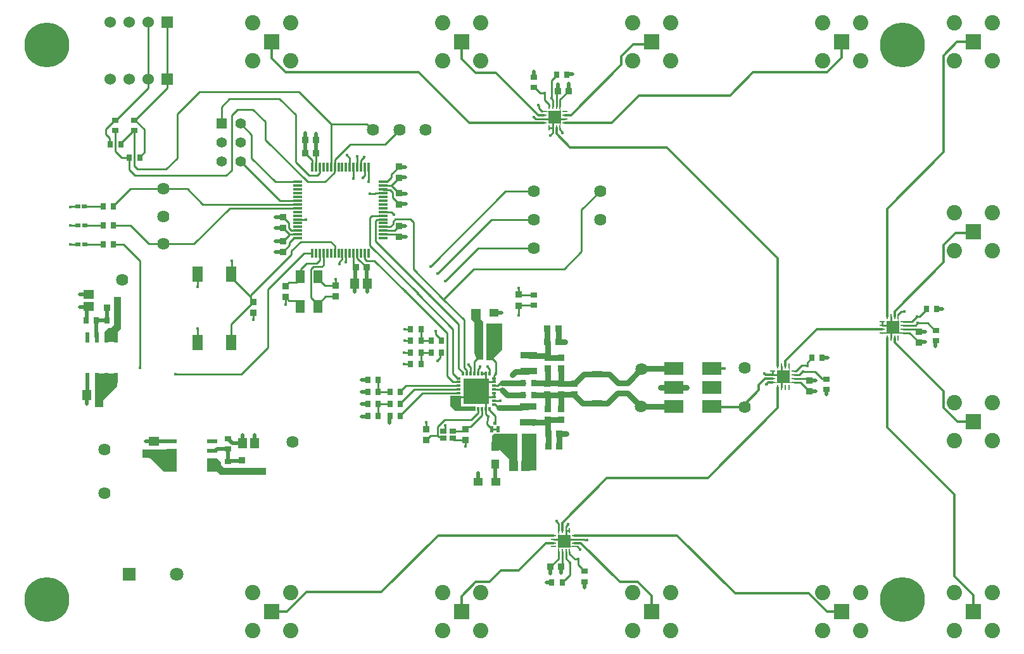
<source format=gtl>
G04*
G04 #@! TF.GenerationSoftware,Altium Limited,Altium Designer,23.2.1 (34)*
G04*
G04 Layer_Physical_Order=1*
G04 Layer_Color=255*
%FSLAX25Y25*%
%MOIN*%
G70*
G04*
G04 #@! TF.SameCoordinates,DCD1C9D7-C552-47EB-8D17-ADC449AF66F1*
G04*
G04*
G04 #@! TF.FilePolarity,Positive*
G04*
G01*
G75*
%ADD15C,0.01000*%
%ADD17R,0.03591X0.03772*%
%ADD18R,0.05512X0.03543*%
%ADD19R,0.10000X0.06500*%
%ADD20R,0.04940X0.05733*%
%ADD21R,0.03937X0.04528*%
%ADD22R,0.03543X0.02756*%
%ADD23R,0.03772X0.03591*%
%ADD24R,0.02756X0.03543*%
%ADD25R,0.02756X0.01968*%
%ADD26R,0.04724X0.07087*%
%ADD27R,0.04724X0.01181*%
%ADD28R,0.01181X0.04724*%
%ADD29R,0.05733X0.04940*%
%ADD30R,0.04528X0.03937*%
%ADD31R,0.02362X0.05709*%
%ADD32R,0.06693X0.06693*%
%ADD33R,0.03150X0.00984*%
%ADD34R,0.00984X0.03150*%
%ADD35C,0.01417*%
%ADD36R,0.08661X0.03543*%
%ADD37R,0.13583X0.13583*%
%ADD38R,0.02362X0.01181*%
%ADD39R,0.01181X0.02362*%
%ADD40R,0.05709X0.02362*%
%ADD41R,0.03445X0.03051*%
%ADD42R,0.06693X0.06693*%
%ADD43R,0.05512X0.08268*%
%ADD73C,0.02837*%
%ADD74C,0.00600*%
%ADD75C,0.00400*%
%ADD76C,0.02000*%
%ADD77C,0.01375*%
%ADD78C,0.06400*%
%ADD79C,0.23622*%
%ADD80C,0.05504*%
%ADD81R,0.05504X0.05504*%
%ADD82R,0.08071X0.08071*%
%ADD83C,0.08071*%
%ADD84C,0.06000*%
%ADD85R,0.06000X0.06000*%
%ADD86C,0.07087*%
%ADD87R,0.07087X0.07087*%
%ADD88R,0.08071X0.08071*%
%ADD89C,0.01772*%
G36*
X106400Y233600D02*
X99700D01*
X93200Y240100D01*
X92500Y240800D01*
X88700D01*
Y245300D01*
X106400D01*
Y233600D01*
D02*
G37*
G36*
X75200Y278500D02*
X68700Y272000D01*
X68000Y271300D01*
Y267500D01*
X63500D01*
Y285200D01*
X75200D01*
Y278500D01*
D02*
G37*
G36*
X77200Y308700D02*
X75600Y307100D01*
Y302000D01*
X68600D01*
Y307300D01*
X70500Y309200D01*
X71800D01*
X73600Y311000D01*
Y325400D01*
X77200D01*
Y308700D01*
D02*
G37*
G36*
X129900Y238600D02*
Y237300D01*
X131700Y235500D01*
X153700D01*
Y231900D01*
X129400D01*
X127800Y233500D01*
X122700D01*
Y240500D01*
X128000D01*
X129900Y238600D01*
D02*
G37*
G36*
X256200Y267800D02*
X263800D01*
Y265400D01*
X253100D01*
X250500Y268000D01*
Y273400D01*
X256200D01*
Y267800D01*
D02*
G37*
G36*
X266600Y313700D02*
X267800Y312500D01*
Y292400D01*
X265450D01*
X263950Y293900D01*
X263100Y296300D01*
Y312100D01*
X261700Y313500D01*
Y319300D01*
X266600D01*
Y313700D01*
D02*
G37*
G36*
X277800Y297800D02*
X272100Y292100D01*
X269700D01*
Y311600D01*
X277800D01*
Y297800D01*
D02*
G37*
G36*
X274843Y258479D02*
X274646Y258283D01*
X273465D01*
X273269Y258479D01*
Y259858D01*
X274843D01*
Y258479D01*
D02*
G37*
G36*
X276418Y254346D02*
X275040D01*
X274843Y254542D01*
Y257298D01*
X275040Y257495D01*
X276418D01*
Y254346D01*
D02*
G37*
G36*
X273269Y257298D02*
Y254542D01*
X273072Y254346D01*
X271694D01*
Y257495D01*
X273072D01*
X273269Y257298D01*
D02*
G37*
G36*
X295982Y253390D02*
Y234100D01*
X288182D01*
Y253490D01*
X295982D01*
Y253390D01*
D02*
G37*
G36*
X285800Y253517D02*
Y234000D01*
X281400D01*
Y240200D01*
X276800Y244800D01*
X272400D01*
Y252493D01*
X273465Y253558D01*
X285758D01*
X285800Y253517D01*
D02*
G37*
D15*
X265240Y285062D02*
Y287638D01*
X266152Y288550D02*
Y288759D01*
X265240Y287638D02*
X266152Y288550D01*
X270069Y288575D02*
Y288784D01*
Y288575D02*
X271146Y287499D01*
Y285062D02*
Y287499D01*
X269177Y280731D02*
Y285062D01*
X299805Y419342D02*
X304432D01*
X295467D02*
X299805D01*
X273508Y282699D02*
Y284108D01*
Y280731D02*
Y282699D01*
X271662Y294086D02*
X274600Y291148D01*
X263272Y291420D02*
X265938Y294086D01*
X274600Y285400D02*
Y291148D01*
Y285400D02*
X274700Y285300D01*
X273508Y284108D02*
X274700Y285300D01*
X269177Y280731D02*
X273508D01*
X264256Y275810D02*
X269177Y280731D01*
X265647Y293986D02*
X265738D01*
X263272Y285062D02*
Y291420D01*
X260200Y289591D02*
Y289800D01*
X261303Y285062D02*
Y288488D01*
X260200Y289591D02*
X261303Y288488D01*
X257800Y288220D02*
X259244Y286776D01*
X247000Y324300D02*
X257800Y313500D01*
X259244Y285152D02*
X259335Y285062D01*
X259244Y285152D02*
Y286776D01*
X257800Y288220D02*
Y313500D01*
X239950Y326150D02*
X254900Y311200D01*
Y288118D02*
Y311200D01*
Y288118D02*
X257366Y285652D01*
Y285062D02*
Y285652D01*
X233450Y327250D02*
X252000Y308700D01*
Y285203D02*
X254504Y282699D01*
X252000Y285203D02*
Y308700D01*
X254504Y282699D02*
X255004D01*
X273530Y270911D02*
X276851D01*
X273508Y270888D02*
X273530Y270911D01*
X276851D02*
X276873Y270933D01*
X267209Y272857D02*
X269177Y270888D01*
X267209Y272857D02*
X273508D01*
X269232Y263758D02*
Y266503D01*
Y263758D02*
X270400Y262590D01*
X269800Y258602D02*
Y260096D01*
X270318Y260614D02*
Y262318D01*
X270400Y262400D01*
X269800Y260096D02*
X270318Y260614D01*
X270400Y262400D02*
Y262590D01*
X166836Y360564D02*
X169972D01*
X165561Y364332D02*
Y364464D01*
X165583Y361817D02*
X166836Y360564D01*
X165561Y364332D02*
X165583Y364311D01*
Y361817D02*
Y364311D01*
X170062Y366379D02*
X174581D01*
X182900Y341400D02*
X183842Y342342D01*
X177313Y340313D02*
Y340325D01*
X178388Y341400D01*
X182900D01*
X177300Y340300D02*
X177313Y340313D01*
X181873Y344973D02*
Y348662D01*
X180173Y343273D02*
X181873Y344973D01*
X174773Y343273D02*
X180173D01*
X171781Y340281D02*
X174773Y343273D01*
X171514Y336248D02*
X171781Y336516D01*
Y340281D01*
X192100Y343000D02*
X192248Y343148D01*
Y344054D02*
X193594Y345400D01*
X192248Y343148D02*
Y344054D01*
X193594Y345400D02*
Y348572D01*
X205495Y345505D02*
X206400Y344600D01*
X210600D01*
X205495Y345505D02*
Y348662D01*
X201649Y345767D02*
X202403Y345013D01*
X201649Y345767D02*
Y348572D01*
X205114Y342495D02*
Y342586D01*
Y342495D02*
X206409Y341200D01*
X202403Y345013D02*
X202687D01*
X206409Y341200D02*
X206500D01*
X202687Y345013D02*
X205114Y342586D01*
X233450Y327250D02*
Y327449D01*
X208300Y352599D02*
X233450Y327449D01*
X208300Y352599D02*
Y367300D01*
X209347Y368347D01*
X220417Y365344D02*
X221473Y366400D01*
X229700D02*
X231200Y364900D01*
X221473Y366400D02*
X229700D01*
X219384Y370316D02*
X220900Y368800D01*
X215338Y370316D02*
X219384D01*
X220417Y363917D02*
Y365344D01*
X219032Y362532D02*
X220417Y363917D01*
X215428Y362532D02*
X219032D01*
X211888Y366288D02*
X215247D01*
X211100Y355000D02*
Y365500D01*
X211888Y366288D01*
X175400Y386100D02*
X184714D01*
X189657Y391042D01*
Y393847D01*
X189747Y393938D01*
X153200Y408300D02*
X175400Y386100D01*
X203527Y393938D02*
Y397518D01*
X205108Y399100D01*
X205495Y389604D02*
Y393938D01*
X204400Y388300D02*
Y388509D01*
X205495Y389604D01*
X201558Y393938D02*
X201629Y394009D01*
Y399529D01*
X201700Y399600D01*
X199500Y388088D02*
Y390252D01*
X199590Y390342D01*
X199500Y388088D02*
X199621Y387966D01*
X199590Y390342D02*
Y393938D01*
X197531Y394028D02*
Y398654D01*
X196111Y400074D02*
X197531Y398654D01*
X309556Y175594D02*
X310434Y176472D01*
X310828D02*
X313700Y179344D01*
X309556Y175200D02*
Y175594D01*
X310434Y176472D02*
X310828D01*
X307447Y202642D02*
Y206244D01*
X306500Y207191D02*
Y207400D01*
Y207191D02*
X307447Y206244D01*
X317085Y194087D02*
X317447D01*
X319000Y192534D01*
Y192400D02*
Y192534D01*
X321564Y197497D02*
X322510D01*
X321046Y198016D02*
X321564Y197497D01*
X322510D02*
X322600Y197407D01*
X316010Y198016D02*
X321046D01*
X294400Y420200D02*
X294609D01*
X295467Y419342D01*
X297143Y424874D02*
X298731Y423286D01*
X297143Y424874D02*
Y426272D01*
X296995Y426420D02*
X297143Y426272D01*
X303220Y410816D02*
X304432Y412027D01*
X303220Y410713D02*
Y410816D01*
X304432Y412027D02*
Y414715D01*
X477790Y306647D02*
X477798Y306655D01*
X436101Y286144D02*
X442656D01*
X448094Y282662D02*
X448400Y282356D01*
X446138Y282662D02*
X448094D01*
X442656Y286144D02*
X446138Y282662D01*
X482416Y303990D02*
Y308616D01*
X487828Y317752D02*
X489352D01*
X486361Y316285D02*
X487828Y317752D01*
X489352D02*
X489500Y317900D01*
X489010Y310584D02*
X495395D01*
X501955Y311807D02*
X505706Y308056D01*
X496618Y311807D02*
X496698D01*
X495395Y310584D02*
X496618Y311807D01*
X496400Y311700D02*
X496507Y311807D01*
X501955D01*
X255004Y272857D02*
X261303D01*
X264256Y275810D01*
X313700Y179344D02*
Y185700D01*
X274098Y268920D02*
X275218Y267800D01*
X273508Y268920D02*
X274098D01*
X273508Y276794D02*
X277606D01*
X278000Y276400D01*
X273598Y278853D02*
X275453D01*
X276768Y280168D02*
X277832D01*
X275453Y278853D02*
X276768Y280168D01*
X273508Y278762D02*
X273598Y278853D01*
X286500Y315800D02*
Y321038D01*
X286606Y321144D01*
X286500Y326762D02*
Y330300D01*
X286606Y326656D02*
X294500D01*
X286500Y326762D02*
X286606Y326656D01*
X286606Y321144D02*
X294500D01*
X269177Y266558D02*
X269232Y266503D01*
X207155Y281800D02*
X207188Y281833D01*
X273508Y272857D02*
Y274825D01*
X269800Y258602D02*
X272481Y255921D01*
X50700Y373100D02*
X54400D01*
X54500Y373200D01*
X50600Y373000D02*
X50700Y373100D01*
X50550Y363150D02*
X54478D01*
X50500Y363200D02*
X50550Y363150D01*
X54478D02*
X54528Y363100D01*
X50550Y353250D02*
X54578D01*
X50500Y353200D02*
X50550Y353250D01*
X54578D02*
X54628Y353300D01*
X220139Y377790D02*
Y380661D01*
X215428Y382036D02*
X218764D01*
X220139Y380661D01*
X308368Y413649D02*
Y414715D01*
X309552Y412148D02*
X309700Y412000D01*
X308368Y413649D02*
X309552Y412465D01*
Y412148D02*
Y412465D01*
X304432Y419342D02*
X305416Y420326D01*
X302463Y414715D02*
X304432D01*
Y419342D01*
X306400D02*
X311026D01*
X482416Y310584D02*
Y315210D01*
Y310584D02*
X483400Y309600D01*
X482416Y308616D02*
X483400Y309600D01*
X477790Y310584D02*
X482416D01*
X420258Y284484D02*
X424884D01*
X425869Y283500D01*
X420258Y284484D02*
Y286453D01*
X424884Y282516D02*
X425869Y283500D01*
X424884Y277890D02*
Y282516D01*
Y284484D02*
Y289110D01*
X311384Y198016D02*
Y202642D01*
X310400Y197031D02*
X311384Y198016D01*
X316010D01*
X304790D02*
X309416D01*
X312601Y205701D02*
X312700Y205800D01*
X312246Y205701D02*
X312601D01*
X311498Y204953D02*
X312246Y205701D01*
X311498Y204127D02*
Y204953D01*
X311384Y202642D02*
X313353D01*
X477790Y310584D02*
Y312553D01*
X269177Y266558D02*
Y270888D01*
X303100Y183362D02*
X303138Y183400D01*
X146900Y313400D02*
Y317238D01*
X117600Y330800D02*
Y337355D01*
X117542Y337413D02*
X117600Y337355D01*
Y301645D02*
Y308900D01*
X117542Y301587D02*
X117600Y301645D01*
X272481Y255921D02*
X275631D01*
X246974Y254907D02*
X248000Y255933D01*
X246846Y254907D02*
X246974D01*
X248000Y255933D02*
Y258000D01*
X251866Y251068D02*
X252687Y250248D01*
X258556D01*
X258600Y246800D02*
Y250203D01*
X258556Y250248D02*
X258600Y250203D01*
X237956Y255934D02*
X238000Y255978D01*
Y259400D01*
X226400Y308700D02*
X229595D01*
X229666Y308629D01*
X226400Y302500D02*
X229655D01*
X229666Y302489D01*
X226300Y296300D02*
X229616D01*
X229666Y296349D01*
X226200Y290200D02*
X229656D01*
X229666Y290210D01*
X267209Y285062D02*
X269177D01*
X163800Y325447D02*
Y325538D01*
Y321700D02*
Y325447D01*
X190200Y331515D02*
Y335000D01*
X190147Y331462D02*
X190200Y331515D01*
X169651Y323543D02*
X171514Y321681D01*
X165704Y323543D02*
X169651D01*
X171514Y320500D02*
Y321681D01*
X163800Y325447D02*
X165704Y323543D01*
X184567Y331462D02*
X190147D01*
X180963Y335067D02*
X184567Y331462D01*
X180963Y335067D02*
Y336248D01*
X307447Y187619D02*
Y191421D01*
X303228Y183400D02*
X307447Y187619D01*
X309416Y183954D02*
Y191421D01*
X308862Y183400D02*
X309416Y183954D01*
X434881Y280547D02*
X439500Y275928D01*
X431479Y280547D02*
X434881D01*
X438546Y282516D02*
X439500Y281562D01*
X431479Y282516D02*
X438546D01*
X489010Y306647D02*
X492181D01*
X497100Y301728D01*
X495846Y308616D02*
X497100Y307362D01*
X489010Y308616D02*
X495846D01*
X308368Y425936D02*
Y429436D01*
X312872Y433940D01*
X312962D01*
X306400Y425936D02*
Y433102D01*
X307238Y433940D01*
X165796Y358505D02*
X170062D01*
X162500Y349328D02*
X165998Y352826D01*
X162500Y349238D02*
Y349328D01*
X168290Y356536D02*
X170062D01*
X165998Y354243D02*
X168290Y356536D01*
X165998Y352826D02*
Y354243D01*
X169972Y360564D02*
X170062Y360473D01*
X162500Y367525D02*
Y367616D01*
Y367525D02*
X165561Y364464D01*
X162500Y355053D02*
X165796Y358349D01*
X162500Y354962D02*
Y355053D01*
X165796Y358349D02*
Y358505D01*
X162500Y361801D02*
X165796Y358505D01*
X162500Y361801D02*
Y361891D01*
X174328Y401200D02*
X177936Y397592D01*
Y393938D02*
Y397592D01*
X174238Y401200D02*
X174328D01*
X179905Y393938D02*
Y401143D01*
X179962Y401200D01*
X220139Y377790D02*
X223500Y374428D01*
Y374338D02*
Y374428D01*
X215338Y382127D02*
X215428Y382036D01*
X219702Y388657D02*
Y390174D01*
X223500Y393972D01*
X215338Y386064D02*
X217109D01*
X219702Y388657D01*
X219557Y384305D02*
X223500Y388247D01*
X219557Y384095D02*
Y384305D01*
X223500Y388247D02*
Y388338D01*
X219557Y384095D02*
X223500Y380153D01*
Y380062D02*
Y380153D01*
X215338Y384095D02*
X219557D01*
X222204Y358505D02*
X223500Y357209D01*
X215338Y358505D02*
X222204D01*
X223500Y357200D02*
Y357209D01*
X215338Y360473D02*
X221139D01*
X223500Y362834D01*
Y362924D01*
X201558Y348662D02*
X201649Y348572D01*
X199590Y342386D02*
Y348662D01*
Y342386D02*
X200776Y341200D01*
X212700Y275500D02*
X212700Y275500D01*
X212700Y275500D02*
Y281833D01*
X212700Y281833D02*
X212700Y281833D01*
X212700Y262833D02*
X212700Y262833D01*
Y269167D01*
X212700Y269167D01*
X218744D01*
X212700Y275500D02*
X218744D01*
X224256Y263227D02*
X235854Y274825D01*
X224256Y262833D02*
Y263227D01*
X235854Y274825D02*
X255004D01*
X224256Y269560D02*
X231489Y276794D01*
X224256Y269167D02*
Y269560D01*
X231489Y276794D02*
X255004D01*
X224256Y275894D02*
X227125Y278762D01*
X224256Y275500D02*
Y275894D01*
X227125Y278762D02*
X255004D01*
X259609Y257115D02*
X261215D01*
X258556Y256062D02*
X259609Y257115D01*
X261215D02*
X267209Y263109D01*
X265240Y264640D02*
Y266558D01*
X247400Y260800D02*
X261400D01*
X265240Y264640D01*
X243800Y257200D02*
X247400Y260800D01*
X243800Y252563D02*
Y257200D01*
X267209Y263109D02*
Y266558D01*
X274056Y259070D02*
Y263057D01*
X271146Y265967D02*
X274056Y263057D01*
X271146Y265967D02*
Y266558D01*
X242948Y305947D02*
X246012Y302883D01*
X242948Y305947D02*
Y307452D01*
X246012Y302489D02*
Y302883D01*
X242800Y307600D02*
X242948Y307452D01*
X243900Y292209D02*
X245134Y293443D01*
X243900Y292000D02*
Y292209D01*
X245134Y295472D02*
X246012Y296349D01*
X245134Y293443D02*
Y295472D01*
X210982Y380000D02*
X211140Y380158D01*
X208200Y380000D02*
X210982D01*
X211140Y380158D02*
X215338D01*
X320028Y182101D02*
Y182495D01*
X320906Y181223D02*
X321300D01*
X320028Y182101D02*
X320906Y181223D01*
X317800Y184723D02*
X320028Y182495D01*
X317800Y184723D02*
Y187400D01*
X313353Y190354D02*
X316159Y187548D01*
X317652D01*
X313353Y190354D02*
Y191421D01*
X317652Y187548D02*
X317800Y187400D01*
X195676Y344024D02*
Y348639D01*
X195653Y348662D02*
X195676Y348639D01*
Y344024D02*
X195700Y344000D01*
X311384Y188016D02*
X313700Y185700D01*
X311384Y188016D02*
Y191421D01*
X193594Y348572D02*
X193684Y348662D01*
X436031Y286144D02*
X436101D01*
X434379Y284492D02*
X436031Y286144D01*
X431487Y284492D02*
X434379D01*
X431479Y284484D02*
X431487Y284492D01*
X440777Y293306D02*
Y293700D01*
X438648Y291177D02*
X440777Y293306D01*
X438648Y289448D02*
Y291177D01*
X438500Y289300D02*
X438648Y289448D01*
X436550D02*
X438352D01*
X435545Y289452D02*
X436545D01*
X436550Y289448D01*
X438352D02*
X438500Y289300D01*
X432546Y286453D02*
X435545Y289452D01*
X431479Y286453D02*
X432546D01*
X207400Y386200D02*
X207432Y386232D01*
Y393906D01*
X207464Y393938D01*
X505706Y308056D02*
X506100D01*
X496248Y315348D02*
X497585D01*
X501144Y318906D02*
Y319300D01*
X497585Y315348D02*
X501144Y318906D01*
X496100Y315200D02*
X496248Y315348D01*
X493453Y312553D02*
X496100Y315200D01*
X489010Y312553D02*
X493453D01*
X303800Y439662D02*
X306444Y442306D01*
X303800Y430100D02*
Y439662D01*
X306444Y442306D02*
Y442700D01*
X295009Y435778D02*
X297914Y432873D01*
X294616Y435778D02*
X295009D01*
X297914Y432873D02*
X300227D01*
X300300Y432800D01*
Y429166D02*
X302463Y427003D01*
Y425936D02*
Y427003D01*
X300300Y429166D02*
Y432800D01*
X303800Y429891D02*
Y430100D01*
X304432Y425936D02*
Y429260D01*
X303800Y429891D02*
X304432Y429260D01*
X197531Y394028D02*
X197621Y393938D01*
X231200Y340100D02*
X247000Y324300D01*
X319700Y371400D02*
X329500Y381200D01*
X319700Y349400D02*
Y371400D01*
X310600Y340300D02*
X319700Y349400D01*
X247000Y324300D02*
X263000Y340300D01*
X310600D01*
X211100Y355000D02*
X239950Y326150D01*
X248000Y333900D02*
X265300Y351200D01*
X294500D01*
X243900Y337800D02*
X272300Y366200D01*
X294500D01*
X226800Y328400D02*
X248800Y306400D01*
X210600Y344600D02*
X226800Y328400D01*
X240200Y341700D02*
X279700Y381200D01*
X294500D01*
X73256Y363200D02*
X82200D01*
X92000Y353400D02*
X99500D01*
X82200Y363200D02*
X92000Y353400D01*
X73256Y373594D02*
X82162Y382500D01*
X99500D01*
X73256Y373200D02*
Y373594D01*
X99500Y382500D02*
X112100D01*
X120347Y374253D01*
X170062D01*
X99500Y353400D02*
X115500D01*
X134384Y372284D01*
X170062D01*
X135400Y337555D02*
Y344600D01*
X135258Y337413D02*
X135400Y337555D01*
X58043Y373200D02*
X67744D01*
X67644Y363100D02*
X67744Y363200D01*
X58072Y363100D02*
X67644D01*
X58172Y353300D02*
X67644D01*
X67744Y353200D01*
X78500D02*
X87200Y344500D01*
X73256Y353200D02*
X78500D01*
X209996Y413400D02*
X210000D01*
X206675Y416721D02*
X209996Y413400D01*
X187779Y416721D02*
X206675D01*
X85800Y392900D02*
X101000D01*
X106800Y398700D01*
Y421800D01*
X118700Y433700D01*
X170800D01*
X187779Y416721D01*
Y393938D02*
Y416721D01*
X84500Y389600D02*
X132700D01*
X135400Y392300D02*
Y421100D01*
X132700Y389600D02*
X135400Y392300D01*
Y421100D02*
X138600Y424300D01*
X146700D01*
X153200Y417800D01*
Y408300D02*
Y417800D01*
X130100Y416900D02*
Y425700D01*
X134200Y429800D01*
X160700D01*
X169100Y421400D01*
Y396700D02*
Y421400D01*
Y396700D02*
X176200Y389600D01*
X180400D01*
X181783Y390983D02*
Y393847D01*
X181873Y393938D01*
X180400Y389600D02*
X181783Y390983D01*
X146000Y398500D02*
X158436Y386064D01*
X170062D01*
X146000Y398500D02*
Y411000D01*
X140100Y416900D02*
X146000Y411000D01*
X160779Y376221D02*
X170062D01*
X140100Y396900D02*
X160779Y376221D01*
X81544Y392556D02*
X84500Y389600D01*
X135258Y336035D02*
X145605Y325689D01*
X84300Y394400D02*
X85800Y392900D01*
X84300Y394400D02*
Y413144D01*
X81544Y392556D02*
Y398900D01*
X87056Y399294D02*
X89500Y401738D01*
X87056Y398900D02*
Y399294D01*
X84300Y418656D02*
X84694D01*
X89500Y413850D01*
Y401738D02*
Y413850D01*
X77934Y407172D02*
X83906Y413144D01*
X77934Y406778D02*
Y407172D01*
X83906Y413144D02*
X84300D01*
X77056Y405900D02*
X77934Y406778D01*
X74300Y402300D02*
Y413144D01*
Y402300D02*
X77700Y398900D01*
X81544D01*
X69300Y411200D02*
X71328Y409172D01*
Y406116D02*
X71544Y405900D01*
X71328Y406116D02*
Y409172D01*
X73906Y418656D02*
X74300D01*
X69300Y414050D02*
X73906Y418656D01*
X69300Y411200D02*
Y414050D01*
X84694Y418656D02*
X101500Y435462D01*
Y440200D01*
X74694Y418656D02*
X91500Y435462D01*
Y440200D01*
X74300Y418656D02*
X74694D01*
X87200Y288100D02*
Y344500D01*
X189747Y393938D02*
Y397847D01*
X197800Y405900D01*
X216250D01*
X223750Y413400D01*
X140500Y285000D02*
X154400Y298900D01*
X106000Y285000D02*
X140500D01*
X154400Y298900D02*
Y329500D01*
X173562Y348662D01*
X177936D01*
X231200Y340100D02*
Y364900D01*
X215338Y362442D02*
X215428Y362532D01*
X215247Y366288D02*
X215338Y366379D01*
X209347Y368347D02*
X215338D01*
X251871Y280731D02*
X255004D01*
X251870Y280730D02*
X251871Y280731D01*
X248800Y283800D02*
X251870Y280730D01*
X248800Y283800D02*
Y306400D01*
X145605Y325689D02*
Y326705D01*
Y324167D02*
X146855Y322917D01*
X145605Y326705D02*
X166950Y348050D01*
Y349750D02*
X171800Y354600D01*
X166950Y348050D02*
Y349750D01*
X171800Y354600D02*
X187700D01*
X189747Y352553D01*
Y348662D02*
Y352553D01*
X135258Y336035D02*
Y337413D01*
X145605Y324167D02*
Y325689D01*
X135258Y301587D02*
Y311230D01*
X146900Y322872D01*
X91500Y440200D02*
Y470200D01*
X101500Y440200D02*
Y470200D01*
X251866Y254907D02*
X257491D01*
X258556Y255972D01*
X239342Y251596D02*
X240310Y252563D01*
X243800D01*
X237956Y250210D02*
Y250300D01*
X239251Y251596D01*
X239342D01*
X245937Y251978D02*
X246846Y251068D01*
X243800Y252563D02*
X244386Y251978D01*
X245937D01*
X235178Y302489D02*
X235178Y302489D01*
Y308629D02*
X235178Y308629D01*
X235178Y302489D02*
Y308629D01*
X235178Y302489D02*
X240500D01*
X235178Y290210D02*
Y296349D01*
X235178Y296349D02*
X235178Y296349D01*
Y290210D02*
X235178Y290210D01*
X235178Y296349D02*
X240500D01*
X185019Y325738D02*
X190147D01*
X180963Y321681D02*
X185019Y325738D01*
X180963Y320500D02*
Y321681D01*
X177300Y325344D02*
X180963Y321681D01*
X177300Y325344D02*
Y340300D01*
X183842Y342342D02*
Y348662D01*
X169651Y333205D02*
X171514Y335067D01*
Y336248D01*
X165652Y333205D02*
X169651D01*
X163800Y331353D02*
X165652Y333205D01*
X163800Y331262D02*
Y331353D01*
D17*
X315800Y279868D02*
D03*
X286500Y326762D02*
D03*
Y321038D02*
D03*
X301800Y293692D02*
D03*
Y287968D02*
D03*
X223500Y357200D02*
D03*
Y362924D02*
D03*
Y380062D02*
D03*
Y374338D02*
D03*
Y388338D02*
D03*
Y394062D02*
D03*
X162500Y361891D02*
D03*
Y367616D02*
D03*
Y354962D02*
D03*
Y349238D02*
D03*
X163800Y325538D02*
D03*
Y331262D02*
D03*
X190147Y331462D02*
D03*
Y325738D02*
D03*
X140900Y239424D02*
D03*
Y233700D02*
D03*
X315800Y274143D02*
D03*
X308800Y279930D02*
D03*
Y274205D02*
D03*
X301700Y274306D02*
D03*
Y280030D02*
D03*
X308900Y266630D02*
D03*
Y260906D02*
D03*
X237956Y255934D02*
D03*
Y250210D02*
D03*
X301800Y266568D02*
D03*
Y260843D02*
D03*
X309000Y287868D02*
D03*
Y293592D02*
D03*
X258556Y250248D02*
D03*
Y255972D02*
D03*
X439500Y275838D02*
D03*
Y281562D02*
D03*
X497100Y301638D02*
D03*
Y307362D02*
D03*
X146900Y317238D02*
D03*
Y322962D02*
D03*
D18*
X327800Y284877D02*
D03*
Y269523D02*
D03*
D19*
X388205Y287800D02*
D03*
Y277800D02*
D03*
Y267800D02*
D03*
X368205Y287800D02*
D03*
Y277800D02*
D03*
Y267800D02*
D03*
D20*
X290351Y236600D02*
D03*
X283849D02*
D03*
X271951Y308700D02*
D03*
X265449D02*
D03*
X200249Y332600D02*
D03*
X206751D02*
D03*
X59300Y273900D02*
D03*
X65802D02*
D03*
X141149Y248500D02*
D03*
X147651D02*
D03*
D21*
X274356Y246936D02*
D03*
Y237684D02*
D03*
D22*
X294500Y326656D02*
D03*
Y321144D02*
D03*
X84300Y413144D02*
D03*
Y418656D02*
D03*
X74300Y413144D02*
D03*
Y418656D02*
D03*
X133500Y233444D02*
D03*
Y238956D02*
D03*
X294616Y435778D02*
D03*
Y441290D02*
D03*
X321300Y181223D02*
D03*
Y175712D02*
D03*
X133500Y245444D02*
D03*
Y250956D02*
D03*
X340000Y274844D02*
D03*
Y280356D02*
D03*
X448400Y282356D02*
D03*
Y276844D02*
D03*
X506100Y308056D02*
D03*
Y302544D02*
D03*
D23*
X284076Y244800D02*
D03*
X289800D02*
D03*
X284014Y252000D02*
D03*
X289738D02*
D03*
X312962Y433940D02*
D03*
X307238D02*
D03*
X200776Y341200D02*
D03*
X206500D02*
D03*
X179962Y408200D02*
D03*
X174238D02*
D03*
X179962Y401200D02*
D03*
X174238D02*
D03*
X69838Y320000D02*
D03*
X75562D02*
D03*
X308000Y253568D02*
D03*
X302276D02*
D03*
X307862Y246768D02*
D03*
X302138D02*
D03*
X301662Y302000D02*
D03*
X307386D02*
D03*
X303138Y183400D02*
D03*
X308862D02*
D03*
X271662Y300834D02*
D03*
X265938D02*
D03*
X271662Y294086D02*
D03*
X265938D02*
D03*
X301700Y308900D02*
D03*
X307424D02*
D03*
D24*
X289044Y280168D02*
D03*
X294556D02*
D03*
X67744Y373200D02*
D03*
X73256D02*
D03*
X81544Y398900D02*
D03*
X87056D02*
D03*
X71544Y405900D02*
D03*
X77056D02*
D03*
X240500Y302489D02*
D03*
X246012D02*
D03*
X75256Y313200D02*
D03*
X69744D02*
D03*
X218744Y275500D02*
D03*
X224256D02*
D03*
X218744Y262833D02*
D03*
X224256D02*
D03*
X212700D02*
D03*
X207188D02*
D03*
X207188Y269167D02*
D03*
X212700D02*
D03*
X229666Y290210D02*
D03*
X235178D02*
D03*
X240500Y296349D02*
D03*
X246012D02*
D03*
X235178D02*
D03*
X229666D02*
D03*
X306444Y442700D02*
D03*
X311956D02*
D03*
X309556Y175200D02*
D03*
X304044D02*
D03*
X64256Y313200D02*
D03*
X58744D02*
D03*
X218744Y269167D02*
D03*
X224256D02*
D03*
X212700Y281833D02*
D03*
X207188D02*
D03*
X288944Y273968D02*
D03*
X294456D02*
D03*
X207188Y275500D02*
D03*
X212700D02*
D03*
X229666Y308629D02*
D03*
X235178D02*
D03*
X235178Y302489D02*
D03*
X229666D02*
D03*
X440777Y293700D02*
D03*
X446288D02*
D03*
X501144Y319300D02*
D03*
X506656D02*
D03*
X73256Y353200D02*
D03*
X67744D02*
D03*
X73256Y363200D02*
D03*
X67744D02*
D03*
D25*
X58043Y373200D02*
D03*
X54500D02*
D03*
X54628Y353300D02*
D03*
X58172D02*
D03*
X54528Y363100D02*
D03*
X58072D02*
D03*
D26*
X171514Y320500D02*
D03*
Y336248D02*
D03*
X180963D02*
D03*
Y320500D02*
D03*
D27*
X170062Y356536D02*
D03*
Y358505D02*
D03*
Y360473D02*
D03*
Y362442D02*
D03*
Y364410D02*
D03*
Y366379D02*
D03*
Y368347D02*
D03*
Y370316D02*
D03*
Y372284D02*
D03*
Y374253D02*
D03*
Y376221D02*
D03*
Y378190D02*
D03*
Y380158D02*
D03*
Y382127D02*
D03*
Y384095D02*
D03*
Y386064D02*
D03*
X215338D02*
D03*
Y384095D02*
D03*
Y382127D02*
D03*
Y380158D02*
D03*
Y378190D02*
D03*
Y376221D02*
D03*
Y374253D02*
D03*
Y372284D02*
D03*
Y370316D02*
D03*
Y368347D02*
D03*
Y366379D02*
D03*
Y364410D02*
D03*
Y362442D02*
D03*
Y360473D02*
D03*
Y358505D02*
D03*
Y356536D02*
D03*
D28*
X177936Y393938D02*
D03*
X179905D02*
D03*
X181873D02*
D03*
X183842D02*
D03*
X185810D02*
D03*
X187779D02*
D03*
X189747D02*
D03*
X191716D02*
D03*
X193684D02*
D03*
X195653D02*
D03*
X197621D02*
D03*
X199590D02*
D03*
X201558D02*
D03*
X203527D02*
D03*
X205495D02*
D03*
X207464D02*
D03*
Y348662D02*
D03*
X205495D02*
D03*
X203527D02*
D03*
X201558D02*
D03*
X199590D02*
D03*
X197621D02*
D03*
X195653D02*
D03*
X193684D02*
D03*
X191716D02*
D03*
X189747D02*
D03*
X187779D02*
D03*
X185810D02*
D03*
X183842D02*
D03*
X181873D02*
D03*
X179905D02*
D03*
X177936D02*
D03*
D29*
X94600Y249451D02*
D03*
Y242949D02*
D03*
X60100Y320549D02*
D03*
Y327051D02*
D03*
D30*
X265130Y228310D02*
D03*
X274382D02*
D03*
X273426Y317300D02*
D03*
X264174D02*
D03*
D31*
X59500Y282872D02*
D03*
X64500D02*
D03*
X69500D02*
D03*
X74500D02*
D03*
X59500Y304328D02*
D03*
X64500D02*
D03*
X69500D02*
D03*
X74500D02*
D03*
D32*
X305416Y420326D02*
D03*
X310400Y197031D02*
D03*
D33*
X311026Y423279D02*
D03*
Y421310D02*
D03*
Y419342D02*
D03*
Y417373D02*
D03*
X299805D02*
D03*
Y419342D02*
D03*
Y421310D02*
D03*
Y423279D02*
D03*
X304790Y194079D02*
D03*
Y196047D02*
D03*
Y198016D02*
D03*
Y199984D02*
D03*
X316010D02*
D03*
Y198016D02*
D03*
Y196047D02*
D03*
Y194079D02*
D03*
X420258Y280547D02*
D03*
Y282516D02*
D03*
Y284484D02*
D03*
Y286453D02*
D03*
X431479D02*
D03*
Y284484D02*
D03*
Y282516D02*
D03*
Y280547D02*
D03*
X477790Y306647D02*
D03*
Y308616D02*
D03*
Y310584D02*
D03*
Y312553D02*
D03*
X489010D02*
D03*
Y310584D02*
D03*
Y308616D02*
D03*
Y306647D02*
D03*
D34*
X308368Y414715D02*
D03*
X306400D02*
D03*
X304432D02*
D03*
X302463D02*
D03*
Y425936D02*
D03*
X304432D02*
D03*
X306400D02*
D03*
X308368D02*
D03*
X307447Y202642D02*
D03*
X309416D02*
D03*
X311384D02*
D03*
X313353D02*
D03*
Y191421D02*
D03*
X311384D02*
D03*
X309416D02*
D03*
X307447D02*
D03*
X428821Y277890D02*
D03*
X426853D02*
D03*
X424884D02*
D03*
X422916D02*
D03*
Y289110D02*
D03*
X424884D02*
D03*
X426853D02*
D03*
X428821D02*
D03*
X486353Y303990D02*
D03*
X484384D02*
D03*
X482416D02*
D03*
X480447D02*
D03*
Y315210D02*
D03*
X482416D02*
D03*
X484384D02*
D03*
X486353D02*
D03*
D35*
X274056Y259070D02*
D03*
Y252771D02*
D03*
X275631Y255921D02*
D03*
X272481D02*
D03*
D36*
X291700Y267768D02*
D03*
Y259500D02*
D03*
X291900Y286500D02*
D03*
Y294768D02*
D03*
D37*
X264256Y275810D02*
D03*
D38*
X273508Y282699D02*
D03*
Y280731D02*
D03*
Y278762D02*
D03*
Y276794D02*
D03*
Y274825D02*
D03*
Y272857D02*
D03*
Y270888D02*
D03*
Y268920D02*
D03*
X255004Y270888D02*
D03*
Y268920D02*
D03*
Y282699D02*
D03*
Y280731D02*
D03*
Y278762D02*
D03*
Y276794D02*
D03*
Y274825D02*
D03*
Y272857D02*
D03*
D39*
X257366Y285062D02*
D03*
X259335D02*
D03*
X261303D02*
D03*
X271146D02*
D03*
X265240D02*
D03*
X263272D02*
D03*
X269177D02*
D03*
X267209D02*
D03*
X269177Y266558D02*
D03*
X271146D02*
D03*
X257366D02*
D03*
X263272D02*
D03*
X259335D02*
D03*
X261303D02*
D03*
X265240D02*
D03*
X267209D02*
D03*
D40*
X103872Y249500D02*
D03*
Y244500D02*
D03*
Y239500D02*
D03*
Y234500D02*
D03*
X125328Y249500D02*
D03*
Y244500D02*
D03*
Y239500D02*
D03*
Y234500D02*
D03*
D41*
X246846Y254907D02*
D03*
X251866D02*
D03*
Y251068D02*
D03*
X246846D02*
D03*
D42*
X425869Y283500D02*
D03*
X483400Y309600D02*
D03*
D43*
X117542Y337413D02*
D03*
X135258D02*
D03*
Y301587D02*
D03*
X117542D02*
D03*
D73*
X340000Y280356D02*
X343856D01*
X327768Y284977D02*
X334223D01*
X327768Y269623D02*
X333323D01*
X278000Y276400D02*
X280432Y273968D01*
X287920Y267415D02*
X291347D01*
X291700Y267768D01*
X276266Y267334D02*
X287840D01*
X287920Y267415D01*
X343956Y274844D02*
X351000Y267800D01*
X368205D01*
X338844Y280356D02*
X340000D01*
X343856D02*
X351250Y287750D01*
X368155D02*
X368205Y287800D01*
X351250Y287750D02*
X368155D01*
X368205Y277800D02*
X374805D01*
X368105Y277900D02*
X368205Y277800D01*
X361305Y277900D02*
X368105D01*
X316177Y273676D02*
X320230Y269623D01*
X316177Y273676D02*
Y273766D01*
X315769Y274174D02*
X316177Y273766D01*
X320230Y269623D02*
X327768D01*
X340000Y274844D02*
X343956D01*
X333323Y269623D02*
X338544Y274844D01*
X340000D01*
X301750Y273968D02*
X308850D01*
X294456D02*
X301750D01*
X308831Y274174D02*
X308850Y274155D01*
X308800Y274205D02*
X308831Y274174D01*
X315769D01*
X334223Y284977D02*
X338844Y280356D01*
X320819Y284977D02*
X327768D01*
X301750Y280168D02*
X308900D01*
X294556D02*
X301750D01*
X315800Y279868D02*
Y279958D01*
X320819Y284977D01*
X308800Y279930D02*
X308831Y279899D01*
X315769D01*
X315800Y279868D01*
X301423Y294160D02*
X301731Y293852D01*
Y301969D01*
Y293761D02*
Y293852D01*
X301681Y302019D02*
X301731Y301969D01*
Y293761D02*
X301800Y293692D01*
X301831Y253945D02*
Y260874D01*
X302208Y253568D02*
X302276D01*
X301831Y253945D02*
X302208Y253568D01*
X307386Y302000D02*
X307454Y301932D01*
X311024D01*
X307862Y246768D02*
X307931Y246837D01*
X308000Y253568D02*
X308068Y253500D01*
X311500D01*
X307931Y246837D02*
Y253499D01*
X308000Y253568D01*
X308900Y280168D02*
Y287768D01*
Y280030D02*
Y280168D01*
Y287768D02*
X309000Y287868D01*
X308800Y279930D02*
X308900Y280030D01*
X308850Y273968D02*
Y274155D01*
Y266680D02*
Y273968D01*
Y266680D02*
X308900Y266630D01*
X291547Y286147D02*
X291900Y286500D01*
X285047Y286147D02*
X291547D01*
X283300Y284400D02*
X285047Y286147D01*
X280432Y273968D02*
X288944D01*
X277832Y280168D02*
X289044D01*
X293723Y259500D02*
X300547D01*
X293723D02*
X294076Y259147D01*
X291700Y259500D02*
X293723D01*
X302207Y246837D02*
Y253499D01*
X302276Y253568D01*
X302138Y246768D02*
X302207Y246837D01*
X308869Y260874D02*
X308900Y260906D01*
X301831Y260874D02*
X308869D01*
X301750Y273968D02*
Y274255D01*
Y266618D02*
Y273968D01*
X301700Y274306D02*
X301750Y274255D01*
Y266618D02*
X301800Y266568D01*
X307405Y302019D02*
Y308881D01*
X307386Y302000D02*
X307405Y302019D01*
Y308881D02*
X307424Y308900D01*
X301681Y302019D02*
Y308881D01*
X301700Y308900D01*
X291900Y294768D02*
X294085D01*
X294438Y295121D01*
X292068Y294600D02*
X300892D01*
X301332Y294160D01*
X301423D01*
X301850Y293642D02*
X308950D01*
X301800Y293692D02*
X301850Y293642D01*
X308950D02*
X309000Y293592D01*
X301750Y280168D02*
Y287918D01*
Y280080D02*
Y280168D01*
X301700Y280030D02*
X301750Y280080D01*
Y287918D02*
X301800Y287968D01*
D74*
X477798Y306655D02*
X477801Y306652D01*
X483400Y309600D02*
X486348Y306652D01*
X489006D02*
X489010Y306647D01*
X486348Y306652D02*
X489006D01*
X477801D02*
X480452D01*
X482416Y308616D01*
D75*
X428813Y289102D02*
X428821Y289094D01*
X439500Y275838D02*
Y275928D01*
X309416Y198016D02*
X310400Y197031D01*
X307447Y199984D02*
X309416Y198016D01*
X307447Y199984D02*
Y202642D01*
Y194079D02*
X310400Y197031D01*
X307447Y191421D02*
Y194079D01*
X310400Y197031D02*
X313353Y194079D01*
X316010D01*
X299805Y423279D02*
X302463D01*
X305416Y420326D01*
X306400Y419342D02*
X308368Y417373D01*
X305416Y420326D02*
X306400Y419342D01*
X308368Y414715D02*
Y417373D01*
X305416Y420326D02*
X308368Y423279D01*
Y425936D01*
X422916Y280547D02*
X424884Y282516D01*
X420258Y280547D02*
X422916D01*
X425869Y283500D02*
X428821Y280547D01*
X431479D01*
X428821Y286453D02*
Y289094D01*
X425869Y283500D02*
X428821Y286453D01*
X428813Y289102D02*
X428821Y289110D01*
X486353Y312553D02*
Y315210D01*
X483400Y309600D02*
X486353Y312553D01*
D76*
X442938Y275838D02*
X443000Y275900D01*
X439500Y275838D02*
X442938D01*
X506000Y299400D02*
Y302444D01*
X506100Y302544D01*
X200249Y332600D02*
X200512Y332863D01*
X200200Y332551D02*
X200249Y332600D01*
X59300Y269200D02*
Y273900D01*
X59400Y274000D01*
Y282772D02*
X59500Y282872D01*
X59400Y274000D02*
Y282772D01*
X207055Y262700D02*
X207188Y262833D01*
X204000Y262700D02*
X207055D01*
X207088Y275600D02*
X207188Y275500D01*
X203900Y275600D02*
X207088D01*
X204000Y269300D02*
X207055D01*
X207188Y269167D01*
X203800Y281800D02*
X207155D01*
X218700Y259300D02*
Y262789D01*
X218744Y262833D01*
X301100Y175200D02*
X304044D01*
X321300Y172500D02*
Y175712D01*
X448500Y274100D02*
Y276844D01*
X448400D02*
X448500D01*
X446288Y293700D02*
X449200D01*
X506656Y319300D02*
X506756Y319200D01*
X509400D01*
X312056Y442800D02*
X315000D01*
X311956Y442700D02*
X312056Y442800D01*
X294616Y441290D02*
X294700Y441374D01*
Y444200D01*
X179800Y408362D02*
Y411700D01*
Y408362D02*
X179962Y408200D01*
X174238D02*
Y411962D01*
X174200Y412000D02*
X174238Y411962D01*
X179962Y401200D02*
Y408200D01*
X174238Y401200D02*
Y408200D01*
X158716Y367616D02*
X162500D01*
X158700Y367600D02*
X158716Y367616D01*
X158709Y361891D02*
X162500D01*
X158600Y362000D02*
X158709Y361891D01*
X158738Y354962D02*
X162500D01*
X158700Y355000D02*
X158738Y354962D01*
X158700Y349200D02*
X158738Y349238D01*
X162500D01*
X200200Y328100D02*
Y332551D01*
X206751Y332600D02*
X206900Y332451D01*
Y328100D02*
Y332451D01*
X206500Y341200D02*
X206626Y341074D01*
Y332726D02*
X206751Y332600D01*
X206626Y332726D02*
Y341074D01*
X200512Y332863D02*
Y340937D01*
X200776Y341200D01*
X223500Y394062D02*
X223562Y394000D01*
X226900D01*
X223500Y388338D02*
X223662Y388500D01*
X226900D01*
X223500Y374338D02*
X223662Y374500D01*
X227200D01*
X223500Y380062D02*
X223662Y379900D01*
X227200D01*
X223500Y357200D02*
X223600Y357300D01*
X227200D01*
X223576Y363000D02*
X226900D01*
X226800Y362900D02*
X226900Y363000D01*
X226600Y362900D02*
X226800D01*
X223500Y362924D02*
X223576Y363000D01*
X307238Y433940D02*
Y437662D01*
X307200Y437700D02*
X307238Y437662D01*
X312962Y437762D02*
X313000Y437800D01*
X312962Y433940D02*
Y437762D01*
X497362Y301900D02*
X500600D01*
X497100Y301638D02*
X497362Y301900D01*
X497162Y307300D02*
X500600D01*
X497100Y307362D02*
X497162Y307300D01*
X439662Y281400D02*
X443000D01*
X439500Y281562D02*
X439662Y281400D01*
X309000Y180100D02*
Y183262D01*
X308862Y183400D02*
X309000Y183262D01*
X303200Y180000D02*
Y183338D01*
X303138Y183400D02*
X303200Y183338D01*
X265130Y232730D02*
X265200Y232800D01*
X265130Y228310D02*
Y232730D01*
X273426Y317300D02*
X277500D01*
X147651Y252751D02*
X147700Y252800D01*
X55400Y320300D02*
X59851D01*
X58744Y313200D02*
X59122Y313578D01*
Y319571D01*
X90100Y249400D02*
X94549D01*
X94600Y249451D01*
X147651Y248500D02*
Y252751D01*
X141100Y248549D02*
Y252900D01*
Y248549D02*
X141149Y248500D01*
X134272Y250184D02*
X135956Y248500D01*
X134272Y250184D02*
Y250578D01*
X133894Y250956D02*
X134272Y250578D01*
X133500Y250956D02*
X133894D01*
X135956Y248500D02*
X141149D01*
X94625Y249476D02*
X103847D01*
X94600Y249451D02*
X94625Y249476D01*
X103847D02*
X103872Y249500D01*
X274356Y237684D02*
X274369Y237671D01*
Y228323D02*
Y237671D01*
Y228323D02*
X274382Y228310D01*
X60049Y327000D02*
X60100Y327051D01*
X55700Y327000D02*
X60049D01*
X69744Y313200D02*
X69791Y313247D01*
Y319953D02*
X69838Y320000D01*
X69791Y313247D02*
Y319953D01*
X64256Y313200D02*
X69744D01*
X64256D02*
X64378Y313078D01*
Y304450D02*
X64500Y304328D01*
X64378Y304450D02*
Y313078D01*
X133734Y239190D02*
X140666D01*
X133500Y238956D02*
X133734Y239190D01*
X140666D02*
X140900Y239424D01*
X133500Y238956D02*
Y245444D01*
X125328Y244500D02*
X127002D01*
X127946Y245444D02*
X133500D01*
X127002Y244500D02*
X127946Y245444D01*
D77*
X286600Y181600D02*
X301047Y196047D01*
X304790D01*
X277300Y181600D02*
X286600D01*
X244184Y199984D02*
X304790D01*
X214300Y170100D02*
X244184Y199984D01*
X309416Y206716D02*
X333000Y230300D01*
X386100D01*
X309416Y202642D02*
Y206716D01*
X319353Y196047D02*
X339800Y175600D01*
X349300D01*
X316010Y196047D02*
X319353D01*
X274600Y443700D02*
X296990Y421310D01*
X299805D01*
X263800Y443700D02*
X274600D01*
X417048Y279848D02*
X417747Y280547D01*
X417048Y279703D02*
Y279848D01*
X417747Y280547D02*
X420258D01*
X416972Y279628D02*
X417048Y279703D01*
X415907Y285100D02*
X416523Y284484D01*
X415800Y285100D02*
X415907D01*
X416523Y284484D02*
X420258D01*
X484384Y315210D02*
Y317984D01*
X510300Y343900D02*
Y352800D01*
X484384Y317984D02*
X510300Y343900D01*
X426853Y289110D02*
Y291853D01*
X443616Y308616D01*
X484386Y301614D02*
Y303988D01*
X510100Y267300D02*
Y275900D01*
X484386Y301614D02*
X510100Y275900D01*
X484384Y303990D02*
X484386Y303988D01*
X388305Y267700D02*
X405400D01*
X388205Y267800D02*
X388305Y267700D01*
X413000Y279300D02*
X416216Y282516D01*
X405400Y269060D02*
X413000Y276660D01*
Y279300D01*
X405400Y267700D02*
Y269060D01*
X422916Y267116D02*
Y277890D01*
X386100Y230300D02*
X422916Y267116D01*
X388405Y288000D02*
X394905D01*
X388205Y287800D02*
X388405Y288000D01*
X388205Y267800D02*
X388305Y267900D01*
X416216Y282516D02*
X420258D01*
X234000Y443900D02*
X260527Y417373D01*
X156600Y451200D02*
Y459800D01*
X163900Y443900D02*
X234000D01*
X156600Y451200D02*
X163900Y443900D01*
X256600Y450900D02*
Y459800D01*
Y450900D02*
X263800Y443700D01*
X340600Y452100D02*
X347007Y458507D01*
X355308D01*
X340600Y447800D02*
Y452100D01*
X314110Y421310D02*
X340600Y447800D01*
X449000Y443900D02*
X456600Y451500D01*
X397846Y431700D02*
X410046Y443900D01*
X456600Y451500D02*
Y459800D01*
X410046Y443900D02*
X449000D01*
X510200Y452700D02*
X517300Y459800D01*
X525900D01*
X510200Y401800D02*
Y452700D01*
X480447Y372047D02*
X510200Y401800D01*
X516708Y359208D02*
X525308D01*
X510300Y352800D02*
X516708Y359208D01*
X510100Y267300D02*
X517558Y259842D01*
X525858D01*
X516000Y178500D02*
X525900Y168600D01*
Y159800D02*
Y168600D01*
X516000Y178500D02*
Y221500D01*
X164700Y159800D02*
X175000Y170100D01*
X214300D01*
X156600Y159800D02*
X164700D01*
X256600D02*
Y168000D01*
X271100Y175400D02*
X277300Y181600D01*
X256600Y168000D02*
X264000Y175400D01*
X271100D01*
X356600Y159800D02*
Y168300D01*
X349300Y175600D02*
X356600Y168300D01*
X448800Y159800D02*
X456600D01*
X439200Y169400D02*
X448800Y159800D01*
X400600Y169400D02*
X439200D01*
X364700Y404200D02*
X422916Y345984D01*
X306400Y411400D02*
X313600Y404200D01*
X364700D01*
X422916Y289110D02*
Y345984D01*
X311026Y417373D02*
X335573D01*
X349900Y431700D01*
X397846D01*
X306400Y411400D02*
Y414715D01*
X443616Y308616D02*
X477790D01*
X260527Y417373D02*
X299805D01*
X311026Y421310D02*
X314110D01*
X355308Y458507D02*
X356600Y459800D01*
X480447Y315210D02*
Y372047D01*
X370016Y199984D02*
X400600Y169400D01*
X480447Y257053D02*
X516000Y221500D01*
X525308Y359208D02*
X525900Y359800D01*
X480447Y257053D02*
Y303990D01*
X316010Y199984D02*
X370016D01*
D78*
X405400Y267700D02*
D03*
X351000Y267800D02*
D03*
X405400Y288300D02*
D03*
X351200Y287700D02*
D03*
X294500Y381200D02*
D03*
Y351200D02*
D03*
X223750Y413400D02*
D03*
X329500Y366200D02*
D03*
X294500D02*
D03*
X329500Y381200D02*
D03*
X99500Y367950D02*
D03*
X68500Y245200D02*
D03*
Y222200D02*
D03*
X167547Y249146D02*
D03*
X77900Y334500D02*
D03*
X210000Y413400D02*
D03*
X237500D02*
D03*
X99500Y353400D02*
D03*
Y382500D02*
D03*
D79*
X488500Y458300D02*
D03*
X38200D02*
D03*
X488500Y166200D02*
D03*
X38200D02*
D03*
D80*
X140100Y406900D02*
D03*
Y396900D02*
D03*
X130100Y406900D02*
D03*
Y396900D02*
D03*
X140100Y416900D02*
D03*
D81*
X130100D02*
D03*
D82*
X356600Y159800D02*
D03*
X456600D02*
D03*
X156600D02*
D03*
X256600D02*
D03*
Y459800D02*
D03*
X156600D02*
D03*
X456600D02*
D03*
X356600D02*
D03*
D83*
X346600Y149800D02*
D03*
X366600D02*
D03*
Y169800D02*
D03*
X346600D02*
D03*
X446600Y149800D02*
D03*
X466600D02*
D03*
Y169800D02*
D03*
X446600D02*
D03*
X146600Y149800D02*
D03*
X166600D02*
D03*
Y169800D02*
D03*
X146600D02*
D03*
X246600Y149800D02*
D03*
X266600D02*
D03*
Y169800D02*
D03*
X246600D02*
D03*
X535900Y149800D02*
D03*
Y169800D02*
D03*
X515900D02*
D03*
Y149800D02*
D03*
X535900Y349800D02*
D03*
Y369800D02*
D03*
X515900D02*
D03*
Y349800D02*
D03*
X535900Y249800D02*
D03*
Y269800D02*
D03*
X515900D02*
D03*
Y249800D02*
D03*
X266600Y449800D02*
D03*
X246600D02*
D03*
Y469800D02*
D03*
X266600D02*
D03*
X166600Y449800D02*
D03*
X146600D02*
D03*
Y469800D02*
D03*
X166600D02*
D03*
X466600D02*
D03*
X446600D02*
D03*
Y449800D02*
D03*
X466600D02*
D03*
X366600Y469800D02*
D03*
X346600D02*
D03*
Y449800D02*
D03*
X366600D02*
D03*
X515900D02*
D03*
Y469800D02*
D03*
X535900D02*
D03*
Y449800D02*
D03*
D84*
X71500Y470200D02*
D03*
X81500D02*
D03*
X91500D02*
D03*
X71500Y440200D02*
D03*
X81500D02*
D03*
X91500D02*
D03*
D85*
X101500Y470200D02*
D03*
Y440200D02*
D03*
D86*
X106500Y179700D02*
D03*
D87*
X81500D02*
D03*
D88*
X525900Y159800D02*
D03*
Y359800D02*
D03*
Y259800D02*
D03*
Y459800D02*
D03*
D89*
X266152Y288759D02*
D03*
X270069Y288784D02*
D03*
X274700Y285300D02*
D03*
X260200Y289800D02*
D03*
X151900Y233700D02*
D03*
X276873Y270933D02*
D03*
X443000Y275900D02*
D03*
X500600Y301900D02*
D03*
X270400Y262400D02*
D03*
X174581Y366379D02*
D03*
X192100Y343000D02*
D03*
X220900Y368800D02*
D03*
X205108Y399100D02*
D03*
X204400Y388300D02*
D03*
X201700Y399600D02*
D03*
X199621Y387966D02*
D03*
X196111Y400074D02*
D03*
X306500Y207400D02*
D03*
X319000Y192400D02*
D03*
X322600Y197407D02*
D03*
X294400Y420200D02*
D03*
X296995Y426420D02*
D03*
X303220Y410713D02*
D03*
X416972Y279628D02*
D03*
X415800Y285100D02*
D03*
X489500Y317900D02*
D03*
X496698Y311807D02*
D03*
X506000Y299400D02*
D03*
X276600Y308700D02*
D03*
X294600Y236600D02*
D03*
X394905Y288000D02*
D03*
X311024Y301932D02*
D03*
X311500Y253500D02*
D03*
X361305Y277900D02*
D03*
X374805Y277800D02*
D03*
X283300Y284400D02*
D03*
X286500Y315800D02*
D03*
Y330300D02*
D03*
X254840Y266649D02*
D03*
X252000Y268900D02*
D03*
X275200Y297300D02*
D03*
Y300800D02*
D03*
Y304300D02*
D03*
X293682Y248190D02*
D03*
Y244690D02*
D03*
Y241190D02*
D03*
X148600Y233700D02*
D03*
X293682Y251690D02*
D03*
X59300Y269200D02*
D03*
X252000Y272100D02*
D03*
X204000Y262700D02*
D03*
X203900Y275600D02*
D03*
X204000Y269300D02*
D03*
X203800Y281800D02*
D03*
X218700Y259300D02*
D03*
X301100Y175200D02*
D03*
X321300Y172500D02*
D03*
X448500Y274100D02*
D03*
X449200Y293700D02*
D03*
X509400Y319200D02*
D03*
X315000Y442800D02*
D03*
X294700Y444200D02*
D03*
X50600Y373000D02*
D03*
X50500Y363200D02*
D03*
Y353200D02*
D03*
X309700Y412000D02*
D03*
X312700Y205800D02*
D03*
X179800Y411700D02*
D03*
X174200Y412000D02*
D03*
X158700Y367600D02*
D03*
X158600Y362000D02*
D03*
X158700Y355000D02*
D03*
Y349200D02*
D03*
X200200Y328100D02*
D03*
X206900D02*
D03*
X226900Y394000D02*
D03*
Y388500D02*
D03*
X227200Y374500D02*
D03*
Y379900D02*
D03*
Y357300D02*
D03*
X226900Y363000D02*
D03*
X248000Y258000D02*
D03*
X307200Y437700D02*
D03*
X313000Y437800D02*
D03*
X500600Y307300D02*
D03*
X443000Y281400D02*
D03*
X309000Y180100D02*
D03*
X303200Y180000D02*
D03*
X265200Y232800D02*
D03*
X277500Y317300D02*
D03*
X226400Y308700D02*
D03*
Y302500D02*
D03*
X226300Y296300D02*
D03*
X226200Y290200D02*
D03*
X238000Y259400D02*
D03*
X258600Y246800D02*
D03*
X190200Y335000D02*
D03*
X163800Y321700D02*
D03*
X146900Y313400D02*
D03*
X117600Y330800D02*
D03*
Y308900D02*
D03*
X55400Y320300D02*
D03*
X90100Y249400D02*
D03*
X145300Y233700D02*
D03*
X147700Y252800D02*
D03*
X141100Y252900D02*
D03*
X65700Y269300D02*
D03*
X242800Y307600D02*
D03*
X243900Y292000D02*
D03*
X208200Y380000D02*
D03*
X317800Y187400D02*
D03*
X195700Y344000D02*
D03*
X313700Y185700D02*
D03*
X436101Y286144D02*
D03*
X438500Y289300D02*
D03*
X207400Y386200D02*
D03*
X496100Y315200D02*
D03*
X300300Y432800D02*
D03*
X303800Y430100D02*
D03*
X248000Y333900D02*
D03*
X239950Y326150D02*
D03*
X243900Y337800D02*
D03*
X233450Y327250D02*
D03*
X240200Y341700D02*
D03*
X226800Y328400D02*
D03*
X135400Y344600D02*
D03*
X87200Y288100D02*
D03*
X106000Y285000D02*
D03*
X55700Y327000D02*
D03*
X75562Y323762D02*
D03*
X90100Y243000D02*
D03*
M02*

</source>
